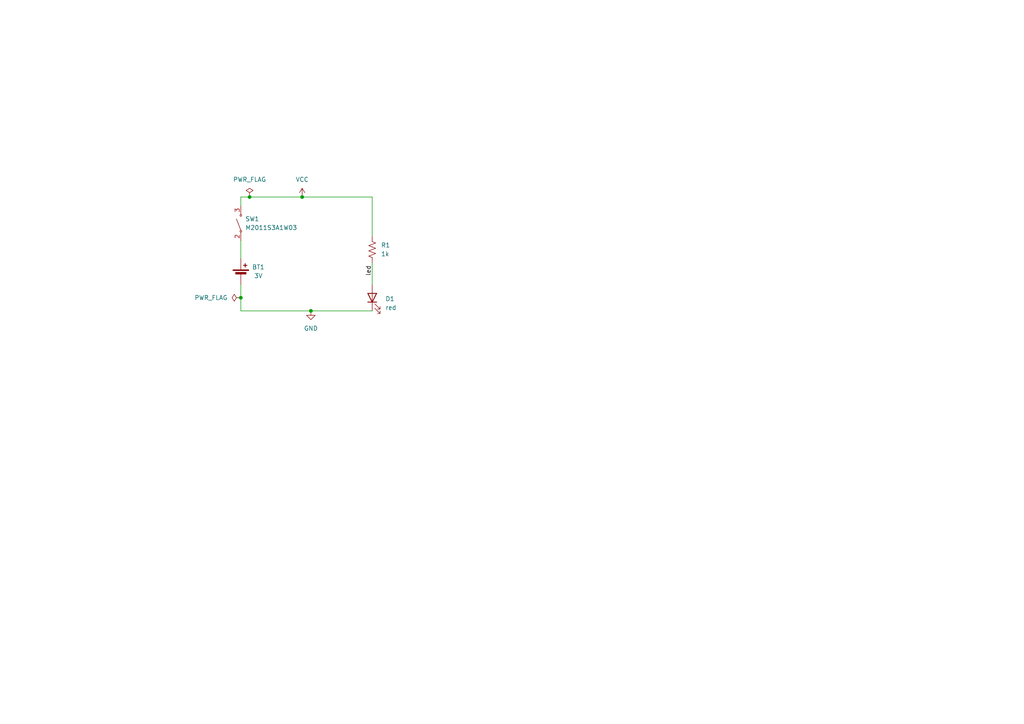
<source format=kicad_sch>
(kicad_sch (version 20230121) (generator eeschema)
  (paper "A4")
  (title_block (title "my_first_kicad_design") (date "2024-01-27") (rev "1.0"))
  (lib_symbols
    (symbol "Device:Battery_Cell" (pin_numbers hide) (pin_names (offset 0) hide)
      (property "Reference" "BT" (at 2.54 2.54 0))
      (property "Value" "Battery_Cell" (at 2.54 0 0))
      (symbol "Battery_Cell_0_1"
        (rectangle (start -2.286 1.778) (end 2.286 1.524) (fill (type outline)))
        (rectangle (start -1.524 1.016) (end 1.524 0.508) (fill (type outline)))
        (polyline (pts (xy 0 0.762) (xy 0 0)))
        (polyline (pts (xy 0 1.778) (xy 0 2.54)))
        (polyline (pts (xy 0.762 3.048) (xy 1.778 3.048)) (stroke (width 0.254)))
        (polyline (pts (xy 1.27 3.556) (xy 1.27 2.54)) (stroke (width 0.254)))
      )
      (symbol "Battery_Cell_1_1"
        (pin passive line (at 0 5.08 270) (length 2.54) (name "+") (number "1"))
        (pin passive line (at 0 -2.54 90) (length 2.54) (name "-") (number "2"))
      )
    )
    (symbol "Device:LED" (pin_numbers hide) (pin_names (offset 1.016) hide)
      (property "Reference" "D" (at 0 2.54 0))
      (property "Value" "LED" (at 0 -2.54 0))
      (symbol "LED_0_1"
        (polyline (pts (xy -1.27 -1.27) (xy -1.27 1.27)) (stroke (width 0.254)))
        (polyline (pts (xy -1.27 0) (xy 1.27 0)))
        (polyline (pts (xy 1.27 -1.27) (xy 1.27 1.27) (xy -1.27 0) (xy 1.27 -1.27)) (stroke (width 0.254)))
        (polyline (pts (xy -3.048 -0.762) (xy -4.572 -2.286) (xy -3.81 -2.286) (xy -4.572 -2.286) (xy -4.572 -1.524)))
        (polyline (pts (xy -1.778 -0.762) (xy -3.302 -2.286) (xy -2.54 -2.286) (xy -3.302 -2.286) (xy -3.302 -1.524)))
      )
      (symbol "LED_1_1"
        (pin passive line (at -3.81 0 0) (length 2.54) (name "K") (number "1"))
        (pin passive line (at 3.81 0 180) (length 2.54) (name "A") (number "2"))
      )
    )
    (symbol "Device:R_US" (pin_numbers hide) (pin_names (offset 0))
      (property "Reference" "R" (at 2.54 0 90))
      (property "Value" "R_US" (at -2.54 0 90))
      (symbol "R_US_0_1"
        (polyline (pts (xy 0 -2.286) (xy 0 -2.54)))
        (polyline (pts (xy 0 2.286) (xy 0 2.54)))
        (polyline (pts (xy 0 -0.762) (xy 1.016 -1.143) (xy 0 -1.524) (xy -1.016 -1.905) (xy 0 -2.286)))
        (polyline (pts (xy 0 0.762) (xy 1.016 0.381) (xy 0 0) (xy -1.016 -0.381) (xy 0 -0.762)))
        (polyline (pts (xy 0 2.286) (xy 1.016 1.905) (xy 0 1.524) (xy -1.016 1.143) (xy 0 0.762)))
      )
      (symbol "R_US_1_1"
        (pin passive line (at 0 3.81 270) (length 1.27) (name "~") (number "1"))
        (pin passive line (at 0 -3.81 90) (length 1.27) (name "~") (number "2"))
      )
    )
    (symbol "GND_1" (power) (pin_names (offset 0))
      (property "Value" "GND_1" (at 0 -3.81 0))
      (symbol "GND_1_0_1"
        (polyline (pts (xy 0 0) (xy 0 -1.27) (xy 1.27 -1.27) (xy 0 -2.54) (xy -1.27 -1.27) (xy 0 -1.27)))
      )
      (symbol "GND_1_1_1"
        (pin power_in line (at 0 0 270) (length 0) hide (name "GND") (number "1"))
      )
    )
    (symbol "getting_started:M2011S3A1W03" (pin_names hide)
      (property "Reference" "SW" (at 0 2.54 0))
      (property "Value" "M2011S3A1W03" (at 0 -2.54 0))
      (symbol "M2011S3A1W03_0_1"
        (circle (center -2.286 0) (radius 0.254))
        (polyline (pts (xy -2.032 0) (xy 1.27 1.27)))
        (circle (center 2.286 0) (radius 0.254))
      )
      (symbol "M2011S3A1W03_1_1"
        (pin passive line (at -5.08 0 0) (length 2.54) (name "A") (number "2"))
        (pin passive line (at 5.08 0 180) (length 2.54) (name "B") (number "3"))
      )
    )
    (symbol "power:PWR_FLAG" (power) (pin_numbers hide) (pin_names (offset 0) hide)
      (property "Value" "PWR_FLAG" (at 0 3.81 0))
      (symbol "PWR_FLAG_0_0"
        (pin power_out line (at 0 0 90) (length 0) (name "pwr") (number "1"))
      )
      (symbol "PWR_FLAG_0_1"
        (polyline (pts (xy 0 0) (xy 0 1.27) (xy -1.016 1.905) (xy 0 2.54) (xy 1.016 1.905) (xy 0 1.27)))
      )
    )
    (symbol "power:VCC" (power) (pin_names (offset 0))
      (property "Value" "VCC" (at 0 3.81 0))
      (symbol "VCC_0_1"
        (polyline (pts (xy -0.762 1.27) (xy 0 2.54)))
        (polyline (pts (xy 0 0) (xy 0 2.54)))
        (polyline (pts (xy 0 2.54) (xy 0.762 1.27)))
      )
      (symbol "VCC_1_1"
        (pin power_in line (at 0 0 90) (length 0) hide (name "VCC") (number "1"))
      )
    )
  )
  (junction (at 72.39 57.15))
  (junction (at 69.85 86.36))
  (junction (at 87.63 57.15))
  (junction (at 90.17 90.17))
  (wire (pts (xy 87.63 57.15) (xy 107.95 57.15)))
  (wire (pts (xy 107.95 76.2) (xy 107.95 82.55)))
  (wire (pts (xy 69.85 90.17) (xy 69.85 86.36)))
  (wire (pts (xy 90.17 90.17) (xy 69.85 90.17)))
  (wire (pts (xy 107.95 90.17) (xy 90.17 90.17)))
  (wire (pts (xy 69.85 69.85) (xy 69.85 74.93)))
  (wire (pts (xy 69.85 59.69) (xy 69.85 57.15)))
  (wire (pts (xy 107.95 57.15) (xy 107.95 68.58)))
  (wire (pts (xy 69.85 57.15) (xy 72.39 57.15)))
  (wire (pts (xy 72.39 57.15) (xy 87.63 57.15)))
  (wire (pts (xy 69.85 86.36) (xy 69.85 82.55)))
  (label "led" (at 107.95 80.01 90))
  (symbol (lib_id "getting_started:M2011S3A1W03") (at 69.85 64.77 90) (unit 1)
    (property "Reference" "SW1" (at 71.12 63.5 90) (effects (justify right)))
    (property "Value" "M2011S3A1W03" (at 71.12 66.04 90) (effects (justify right)))
    (property "Footprint" "getting_started:Switch_Toggle_SPST_NKK_M2011S3A1x03" (effects hide))
    (property "Datasheet" "https://www.nkkswitches.com/pdf/MtogglesBushing.pdf" (effects hide))
  )
  (symbol (lib_id "power:PWR_FLAG") (at 69.85 86.36 90) (unit 1)
    (property "Reference" "#FLG02" (effects hide))
    (property "Value" "PWR_FLAG" (at 66.04 86.36 90) (effects (justify left)))
  )
  (symbol (lib_id "Device:R_US") (at 107.95 72.39 180) (unit 1)
    (property "Reference" "R1" (at 110.49 71.12 0) (effects (justify right)))
    (property "Value" "1k" (at 110.49 73.66 0) (effects (justify right)))
    (property "Footprint" "Resistor_THT:R_Axial_DIN0309_L9.0mm_D3.2mm_P12.70mm_Horizontal" (effects hide))
  )
  (symbol (lib_id "Device:LED") (at 107.95 86.36 90) (unit 1)
    (property "Reference" "D1" (at 111.76 86.6775 90) (effects (justify right)))
    (property "Value" "red" (at 111.76 89.2175 90) (effects (justify right)))
    (property "Footprint" "LED_THT:LED_D5.0mm" (effects hide))
  )
  (symbol (lib_name "GND_1") (lib_id "power:GND") (at 90.17 90.17 0) (unit 1)
    (property "Reference" "#PWR08" (effects hide))
    (property "Value" "GND" (at 90.17 95.25 0))
  )
  (symbol (lib_id "power:VCC") (at 87.63 57.15 0) (unit 1)
    (property "Reference" "#PWR07" (effects hide))
    (property "Value" "VCC" (at 87.63 52.07 0))
  )
  (symbol (lib_id "Device:Battery_Cell") (at 69.85 80.01 0) (unit 1)
    (property "Reference" "BT1" (at 74.93 77.47 0))
    (property "Value" "3V" (at 74.93 80.01 0))
    (property "Footprint" "Battery:BatteryHolder_Keystone_1058_1x2032" (effects hide))
  )
  (symbol (lib_id "power:PWR_FLAG") (at 72.39 57.15 0) (unit 1)
    (property "Reference" "#FLG01" (effects hide))
    (property "Value" "PWR_FLAG" (at 72.39 52.07 0))
  )
)
</source>
